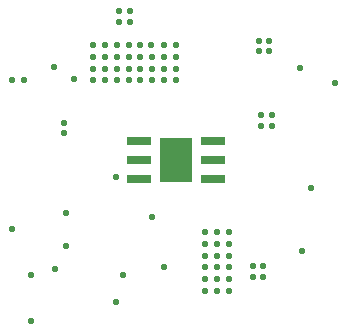
<source format=gbr>
G04 DipTrace 2.3.0.0*
%INBottomPaste.gbr*%
%MOMM*%
%ADD49C,0.583*%
%ADD53R,2.796X3.796*%
%ADD55R,1.996X0.796*%
%FSLAX53Y53*%
G04*
G71*
G90*
G75*
G01*
%LNBotPaste*%
%LPD*%
D49*
X14000Y5900D3*
X5500Y18100D3*
Y17300D3*
X1100Y21800D3*
X2100D3*
X13000Y10200D3*
X10500Y5300D3*
X2700Y1400D3*
X4760Y5770D3*
X9920Y13540D3*
X25540Y22800D3*
X9890Y3010D3*
X2730Y5270D3*
X23100Y18800D3*
Y17900D3*
X22200Y18800D3*
Y17900D3*
X22900Y25100D3*
Y24200D3*
X22000Y25100D3*
Y24200D3*
X22400Y6000D3*
Y5100D3*
X21500Y6000D3*
Y5100D3*
X5700Y7700D3*
X5692Y10555D3*
X25700Y7300D3*
X11100Y27600D3*
Y26700D3*
X10200Y27600D3*
Y26700D3*
X26400Y12600D3*
X28500Y21500D3*
X4700Y22900D3*
X6400Y21900D3*
X8000Y24700D3*
X9000D3*
X10000D3*
X11000D3*
X8000Y23700D3*
X9000D3*
X10000D3*
X11000D3*
X8000Y22700D3*
X9000D3*
X10000D3*
X11000D3*
X8000Y21800D3*
X9000D3*
X10000D3*
X11000D3*
X12000Y24700D3*
X12900D3*
X14000D3*
X15000D3*
X12000Y23700D3*
X13000D3*
X14000D3*
X15000D3*
X12000Y22700D3*
X13000D3*
X14000D3*
X15000D3*
X12000Y21800D3*
X13000D3*
X14000D3*
X15000D3*
X17500Y8900D3*
X18500D3*
X19500D3*
X17500Y7900D3*
X18500D3*
X19500D3*
X17500Y6900D3*
X18500D3*
X19500D3*
X1100Y9200D3*
X17500Y5900D3*
X18500D3*
X19500D3*
X17500Y4900D3*
X18500D3*
X19500D3*
X17500Y3900D3*
X18500D3*
X19500D3*
D55*
X18100Y16600D3*
Y15000D3*
Y13400D3*
X11900D3*
Y15000D3*
Y16600D3*
D53*
X15000Y15000D3*
M02*

</source>
